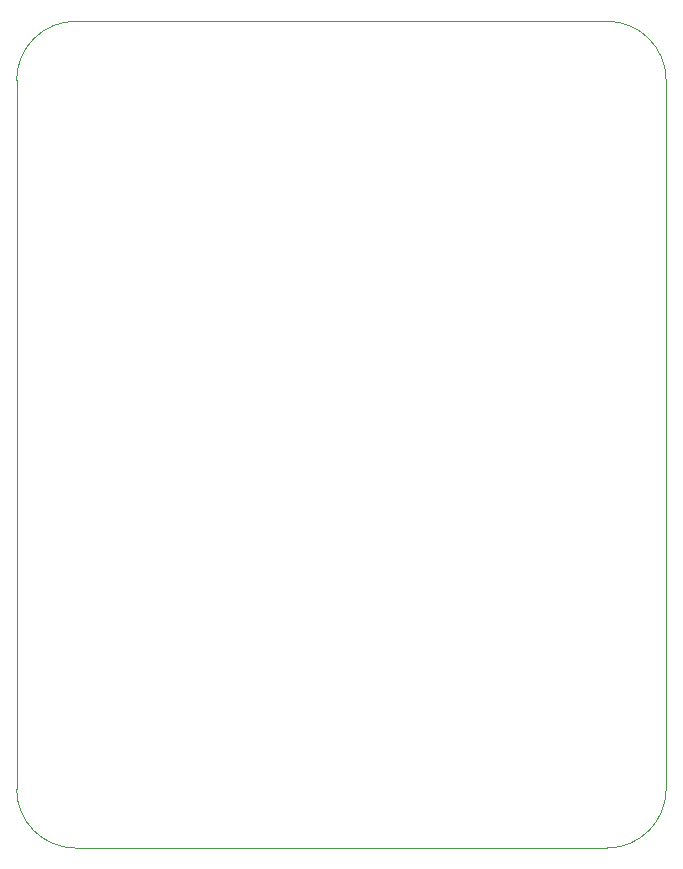
<source format=gbr>
%TF.GenerationSoftware,KiCad,Pcbnew,8.0.6*%
%TF.CreationDate,2025-08-25T17:41:29+02:00*%
%TF.ProjectId,controller,636f6e74-726f-46c6-9c65-722e6b696361,rev?*%
%TF.SameCoordinates,Original*%
%TF.FileFunction,Profile,NP*%
%FSLAX46Y46*%
G04 Gerber Fmt 4.6, Leading zero omitted, Abs format (unit mm)*
G04 Created by KiCad (PCBNEW 8.0.6) date 2025-08-25 17:41:29*
%MOMM*%
%LPD*%
G01*
G04 APERTURE LIST*
%TA.AperFunction,Profile*%
%ADD10C,0.050000*%
%TD*%
G04 APERTURE END LIST*
D10*
X172964466Y-28892116D02*
X217964466Y-28892116D01*
X217964466Y-98892116D02*
X172964466Y-98892116D01*
X167964466Y-33892116D02*
G75*
G02*
X172964466Y-28892150I4999966J0D01*
G01*
X167964466Y-93892116D02*
X167964466Y-33892116D01*
X217964466Y-28892116D02*
G75*
G02*
X222964432Y-33892116I-34J-5000000D01*
G01*
X222964466Y-33892116D02*
X222964466Y-93892116D01*
X172964466Y-98892116D02*
G75*
G02*
X167964432Y-93892116I-34J5000000D01*
G01*
X222964466Y-93892116D02*
G75*
G02*
X217964466Y-98892150I-5000034J0D01*
G01*
M02*

</source>
